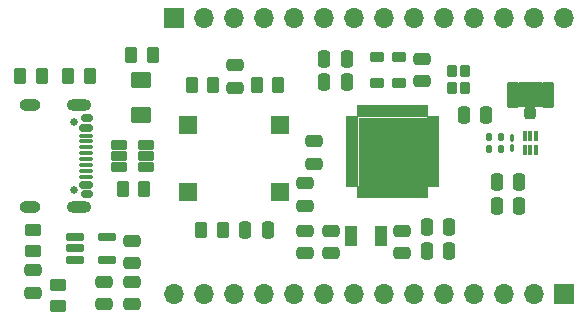
<source format=gbr>
%TF.GenerationSoftware,KiCad,Pcbnew,8.0.4*%
%TF.CreationDate,2024-08-23T17:35:39+03:00*%
%TF.ProjectId,STM32-Pill,53544d33-322d-4506-996c-6c2e6b696361,rev?*%
%TF.SameCoordinates,Original*%
%TF.FileFunction,Soldermask,Top*%
%TF.FilePolarity,Negative*%
%FSLAX46Y46*%
G04 Gerber Fmt 4.6, Leading zero omitted, Abs format (unit mm)*
G04 Created by KiCad (PCBNEW 8.0.4) date 2024-08-23 17:35:39*
%MOMM*%
%LPD*%
G01*
G04 APERTURE LIST*
G04 Aperture macros list*
%AMRoundRect*
0 Rectangle with rounded corners*
0 $1 Rounding radius*
0 $2 $3 $4 $5 $6 $7 $8 $9 X,Y pos of 4 corners*
0 Add a 4 corners polygon primitive as box body*
4,1,4,$2,$3,$4,$5,$6,$7,$8,$9,$2,$3,0*
0 Add four circle primitives for the rounded corners*
1,1,$1+$1,$2,$3*
1,1,$1+$1,$4,$5*
1,1,$1+$1,$6,$7*
1,1,$1+$1,$8,$9*
0 Add four rect primitives between the rounded corners*
20,1,$1+$1,$2,$3,$4,$5,0*
20,1,$1+$1,$4,$5,$6,$7,0*
20,1,$1+$1,$6,$7,$8,$9,0*
20,1,$1+$1,$8,$9,$2,$3,0*%
G04 Aperture macros list end*
%ADD10C,0.000000*%
%ADD11RoundRect,0.250000X0.262500X0.450000X-0.262500X0.450000X-0.262500X-0.450000X0.262500X-0.450000X0*%
%ADD12R,1.500000X1.500000*%
%ADD13RoundRect,0.250000X-0.262500X-0.450000X0.262500X-0.450000X0.262500X0.450000X-0.262500X0.450000X0*%
%ADD14RoundRect,0.250000X-0.250000X-0.475000X0.250000X-0.475000X0.250000X0.475000X-0.250000X0.475000X0*%
%ADD15RoundRect,0.250000X-0.475000X0.250000X-0.475000X-0.250000X0.475000X-0.250000X0.475000X0.250000X0*%
%ADD16RoundRect,0.250000X0.450000X-0.262500X0.450000X0.262500X-0.450000X0.262500X-0.450000X-0.262500X0*%
%ADD17RoundRect,0.250000X0.250000X0.475000X-0.250000X0.475000X-0.250000X-0.475000X0.250000X-0.475000X0*%
%ADD18RoundRect,0.102000X2.800000X-2.800000X2.800000X2.800000X-2.800000X2.800000X-2.800000X-2.800000X0*%
%ADD19RoundRect,0.059250X0.477750X-0.177750X0.477750X0.177750X-0.477750X0.177750X-0.477750X-0.177750X0*%
%ADD20RoundRect,0.059250X0.177750X-0.477750X0.177750X0.477750X-0.177750X0.477750X-0.177750X-0.477750X0*%
%ADD21RoundRect,0.218750X0.381250X-0.218750X0.381250X0.218750X-0.381250X0.218750X-0.381250X-0.218750X0*%
%ADD22O,1.700000X1.700000*%
%ADD23R,1.700000X1.700000*%
%ADD24RoundRect,0.162500X-0.617500X-0.162500X0.617500X-0.162500X0.617500X0.162500X-0.617500X0.162500X0*%
%ADD25RoundRect,0.099250X-0.607750X-0.297750X0.607750X-0.297750X0.607750X0.297750X-0.607750X0.297750X0*%
%ADD26RoundRect,0.250000X0.475000X-0.250000X0.475000X0.250000X-0.475000X0.250000X-0.475000X-0.250000X0*%
%ADD27RoundRect,0.100000X0.100000X-0.217500X0.100000X0.217500X-0.100000X0.217500X-0.100000X-0.217500X0*%
%ADD28RoundRect,0.250000X-0.450000X0.262500X-0.450000X-0.262500X0.450000X-0.262500X0.450000X0.262500X0*%
%ADD29C,0.650000*%
%ADD30RoundRect,0.150000X-0.350000X0.150000X-0.350000X-0.150000X0.350000X-0.150000X0.350000X0.150000X0*%
%ADD31RoundRect,0.150000X-0.425000X0.150000X-0.425000X-0.150000X0.425000X-0.150000X0.425000X0.150000X0*%
%ADD32RoundRect,0.075000X-0.500000X0.075000X-0.500000X-0.075000X0.500000X-0.075000X0.500000X0.075000X0*%
%ADD33O,2.100000X1.000000*%
%ADD34O,1.800000X1.000000*%
%ADD35RoundRect,0.140000X-0.140000X-0.170000X0.140000X-0.170000X0.140000X0.170000X-0.140000X0.170000X0*%
%ADD36R,1.000000X1.800000*%
%ADD37RoundRect,0.147500X-0.147500X-0.172500X0.147500X-0.172500X0.147500X0.172500X-0.147500X0.172500X0*%
%ADD38RoundRect,0.102000X0.323000X-0.373000X0.323000X0.373000X-0.323000X0.373000X-0.323000X-0.373000X0*%
%ADD39RoundRect,0.218750X-0.381250X0.218750X-0.381250X-0.218750X0.381250X-0.218750X0.381250X0.218750X0*%
%ADD40RoundRect,0.250001X-0.624999X0.462499X-0.624999X-0.462499X0.624999X-0.462499X0.624999X0.462499X0*%
%ADD41RoundRect,0.102000X0.095000X-0.345000X0.095000X0.345000X-0.095000X0.345000X-0.095000X-0.345000X0*%
%ADD42RoundRect,0.250000X0.250000X-0.275000X0.250000X0.275000X-0.250000X0.275000X-0.250000X-0.275000X0*%
%ADD43RoundRect,0.250000X0.275000X-0.850000X0.275000X0.850000X-0.275000X0.850000X-0.275000X-0.850000X0*%
G04 APERTURE END LIST*
D10*
%TO.C,J4*%
G36*
X165539999Y-88615000D02*
G01*
X163660001Y-88615000D01*
X163660000Y-86525000D01*
X165540000Y-86525000D01*
X165539999Y-88615000D01*
G37*
%TD*%
D11*
%TO.C,R9*%
X132612500Y-84200000D03*
X130787500Y-84200000D03*
%TD*%
D12*
%TO.C,BOOT0*%
X135570002Y-90200000D03*
X143370000Y-90200000D03*
%TD*%
D13*
%TO.C,R5*%
X137732500Y-86800000D03*
X135907500Y-86800000D03*
%TD*%
D14*
%TO.C,C6*%
X157739561Y-100789231D03*
X155839561Y-100789231D03*
%TD*%
D11*
%TO.C,R6*%
X141407500Y-86800000D03*
X143232500Y-86800000D03*
%TD*%
D15*
%TO.C,C21*%
X130900000Y-101849999D03*
X130900000Y-99950001D03*
%TD*%
D16*
%TO.C,R8*%
X124600000Y-103687500D03*
X124600000Y-105512500D03*
%TD*%
D17*
%TO.C,C2*%
X147150001Y-84539231D03*
X149049999Y-84539231D03*
%TD*%
D18*
%TO.C,U1*%
X152950000Y-92439231D03*
D19*
X149520000Y-95189231D03*
X149520000Y-94689231D03*
X149520000Y-94189231D03*
X149520000Y-93689231D03*
X149520000Y-93189231D03*
X149520000Y-92689231D03*
X149520000Y-92189231D03*
X149520000Y-91689231D03*
X149520000Y-91189231D03*
X149520000Y-90689231D03*
X149520000Y-90189231D03*
X149520000Y-89689231D03*
D20*
X150200000Y-89009231D03*
X150700000Y-89009231D03*
X151200000Y-89009231D03*
X151700000Y-89009231D03*
X152200000Y-89009231D03*
X152700000Y-89009231D03*
X153200000Y-89009231D03*
X153700000Y-89009231D03*
X154200000Y-89009231D03*
X154700000Y-89009231D03*
X155200000Y-89009231D03*
X155700000Y-89009231D03*
D19*
X156380000Y-89689231D03*
X156380000Y-90189231D03*
X156380000Y-90689231D03*
X156380000Y-91189231D03*
X156380000Y-91689231D03*
X156380000Y-92189231D03*
X156380000Y-92689231D03*
X156380000Y-93189231D03*
X156380000Y-93689231D03*
X156380000Y-94189231D03*
X156380000Y-94689231D03*
X156380000Y-95189231D03*
D20*
X155700000Y-95869231D03*
X155200000Y-95869231D03*
X154700000Y-95869231D03*
X154200000Y-95869231D03*
X153700000Y-95869231D03*
X153200000Y-95869231D03*
X152700000Y-95869231D03*
X152200000Y-95869231D03*
X151700000Y-95869231D03*
X151200000Y-95869231D03*
X150700000Y-95869231D03*
X150200000Y-95869231D03*
%TD*%
D21*
%TO.C,L1*%
X151621800Y-84437500D03*
X151621800Y-86562500D03*
%TD*%
D22*
%TO.C,J2*%
X134380000Y-104489231D03*
X136920000Y-104489231D03*
X139460001Y-104489231D03*
X142000000Y-104489231D03*
X144540000Y-104489231D03*
X147080000Y-104489231D03*
X149619999Y-104489231D03*
X152160000Y-104489231D03*
X154700000Y-104489231D03*
X157240000Y-104489231D03*
X159780000Y-104489231D03*
X162320001Y-104489231D03*
X164860000Y-104489231D03*
D23*
X167400000Y-104489231D03*
%TD*%
D24*
%TO.C,U2*%
X126050000Y-99650000D03*
X126050000Y-100600000D03*
X126050000Y-101550000D03*
X128750000Y-101550000D03*
X128750000Y-99650000D03*
%TD*%
D15*
%TO.C,C20*%
X130900000Y-105349999D03*
X130900000Y-103450001D03*
%TD*%
D25*
%TO.C,U3*%
X129731600Y-91850001D03*
X129731600Y-92800001D03*
X129731600Y-93750001D03*
X132068400Y-93750001D03*
X132068400Y-92800001D03*
X132068400Y-91850001D03*
%TD*%
D12*
%TO.C,SW1*%
X143370000Y-95800000D03*
X135570002Y-95800000D03*
%TD*%
D14*
%TO.C,C9*%
X161750000Y-97039231D03*
X163650000Y-97039231D03*
%TD*%
D15*
%TO.C,C14*%
X153700000Y-101039230D03*
X153700000Y-99139232D03*
%TD*%
D26*
%TO.C,C12*%
X155400000Y-84550001D03*
X155400000Y-86449999D03*
%TD*%
D15*
%TO.C,C4*%
X145500000Y-101039230D03*
X145500000Y-99139232D03*
%TD*%
D14*
%TO.C,C5*%
X157739560Y-98789231D03*
X155839562Y-98789231D03*
%TD*%
D27*
%TO.C,C16*%
X163000000Y-91292500D03*
X163000000Y-92107500D03*
%TD*%
D15*
%TO.C,C19*%
X128500000Y-103450001D03*
X128500000Y-105349999D03*
%TD*%
D28*
%TO.C,R2*%
X122498163Y-100833500D03*
X122498163Y-99008500D03*
%TD*%
D11*
%TO.C,R3*%
X123212500Y-86000001D03*
X121387500Y-86000001D03*
%TD*%
D29*
%TO.C,J1*%
X125915000Y-89910001D03*
X125915000Y-95690001D03*
D30*
X127065000Y-89600001D03*
D31*
X126990000Y-90400001D03*
D32*
X126989999Y-91550001D03*
X126990000Y-92550001D03*
X126990000Y-93050001D03*
X126989999Y-94050001D03*
D31*
X126990000Y-95200001D03*
D30*
X127065000Y-96000001D03*
X127065000Y-96000001D03*
D31*
X126990000Y-95200001D03*
D32*
X126990000Y-94550001D03*
X126990000Y-93550001D03*
X126990000Y-92050001D03*
X126990000Y-91050001D03*
D31*
X126990000Y-90400001D03*
D30*
X127065000Y-89600001D03*
D33*
X126415000Y-88480001D03*
D34*
X122235000Y-88480001D03*
D33*
X126415000Y-97120001D03*
D34*
X122235000Y-97120001D03*
%TD*%
D13*
%TO.C,R1*%
X136737500Y-99050000D03*
X138562500Y-99050000D03*
%TD*%
D35*
%TO.C,C15*%
X162080000Y-91200000D03*
X161120000Y-91200000D03*
%TD*%
D26*
%TO.C,C7*%
X145500000Y-96989230D03*
X145500000Y-95089232D03*
%TD*%
D15*
%TO.C,C13*%
X147700000Y-101039230D03*
X147700000Y-99139232D03*
%TD*%
D36*
%TO.C,X2*%
X149450000Y-99539231D03*
X151950000Y-99539231D03*
%TD*%
D37*
%TO.C,L3*%
X162085000Y-92200000D03*
X161115000Y-92200000D03*
%TD*%
D17*
%TO.C,C1*%
X147150001Y-86539231D03*
X149049999Y-86539231D03*
%TD*%
D38*
%TO.C,X1*%
X159075000Y-87025000D03*
X159075000Y-85575000D03*
X157925000Y-85575000D03*
X157925000Y-87025000D03*
%TD*%
D23*
%TO.C,J3*%
X134390000Y-81089231D03*
D22*
X136930000Y-81089231D03*
X139469999Y-81089231D03*
X142010000Y-81089231D03*
X144550000Y-81089231D03*
X147090000Y-81089231D03*
X149630000Y-81089231D03*
X152170001Y-81089231D03*
X154710000Y-81089231D03*
X157250000Y-81089231D03*
X159790000Y-81089231D03*
X162329999Y-81089231D03*
X164870000Y-81089231D03*
X167410000Y-81089231D03*
%TD*%
D39*
%TO.C,L2*%
X153445900Y-86562500D03*
X153445900Y-84437500D03*
%TD*%
D17*
%TO.C,C11*%
X142349999Y-99050000D03*
X140450001Y-99050000D03*
%TD*%
D13*
%TO.C,R4*%
X125487500Y-86000001D03*
X127312500Y-86000001D03*
%TD*%
D26*
%TO.C,C18*%
X122500000Y-104349999D03*
X122500000Y-102450001D03*
%TD*%
D40*
%TO.C,D1*%
X131600000Y-86312501D03*
X131600000Y-89287501D03*
%TD*%
D14*
%TO.C,C3*%
X158950001Y-89300000D03*
X160849999Y-89300000D03*
%TD*%
D41*
%TO.C,FL1*%
X164100000Y-91130001D03*
X164600000Y-91130000D03*
X165100000Y-91130001D03*
X165100000Y-92269999D03*
X164600000Y-92270000D03*
X164100000Y-92269999D03*
%TD*%
D11*
%TO.C,R7*%
X131912500Y-95600000D03*
X130087500Y-95600000D03*
%TD*%
D15*
%TO.C,C10*%
X146300000Y-93449999D03*
X146300000Y-91550001D03*
%TD*%
D14*
%TO.C,C8*%
X161750000Y-95000000D03*
X163650000Y-95000000D03*
%TD*%
D26*
%TO.C,C17*%
X139570001Y-85100001D03*
X139570001Y-86999999D03*
%TD*%
D42*
%TO.C,J4*%
X164600000Y-89150000D03*
D43*
X163125000Y-87625000D03*
X166075000Y-87625000D03*
%TD*%
M02*

</source>
